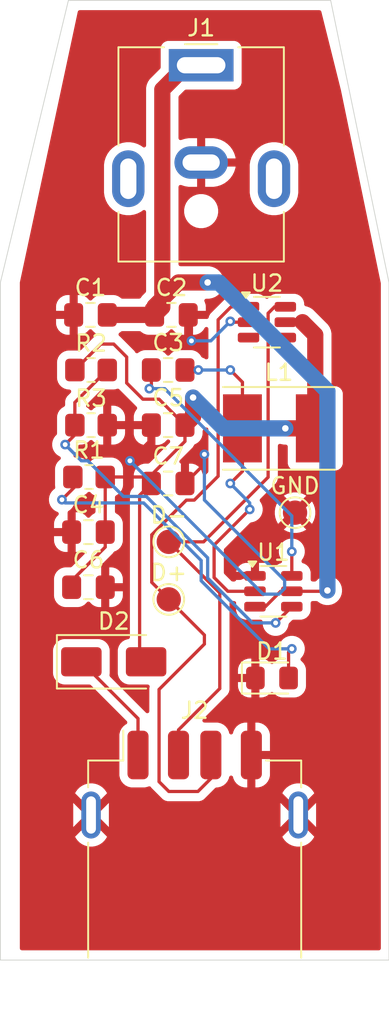
<source format=kicad_pcb>
(kicad_pcb (version 20241229) (generator "pcbnew") (generator_version "9.0")
  (layers (0 "F.Cu" signal) (2 "B.Cu" signal) (13 "F.Paste" user) (15 "B.Paste" user) (5 "F.SilkS" user "F.Silkscreen") (7 "B.SilkS" user "B.Silkscreen") (1 "F.Mask" user) (3 "B.Mask" user) (25 "Edge.Cuts" user))
  (net 0 "")
  (net 1 "GND")
  (net 2 "12V")
  (net 3 "5.2V")
  (net 4 "Net-(D1-A)")
  (net 5 "Net-(J2-D-)")
  (net 6 "Net-(J2-D+)")
  (net 7 "Net-(U1-SW)")
  (net 8 "Net-(U1-BST)")
  (net 9 "Net-(D2-K)")
  (net 10 "Net-(U1-FB)")
  (footprint "Capacitor_SMD:C_0805_2012Metric_Pad1.18x1.45mm_HandSolder" (layer "F.Cu") (at 140.5625 71.6)
    (property "Reference" "C1" (at 0 -1.68 0) (layer "F.SilkS"))
    (property "Value" "10 µF")
    (fp_line (start -0.261252 -0.735) (end 0.261252 -0.735) (stroke (width 0.12)) (layer "F.SilkS"))
    (fp_line (start -0.261252 0.735) (end 0.261252 0.735) (stroke (width 0.12)) (layer "F.SilkS"))
    (pad "1" smd roundrect (at -1.0375 0) (size 1.175 1.45) (layers "F.Cu" "F.Mask" "F.Paste") (roundrect_rratio 0.212766) (net 1 "GND"))
    (pad "2" smd roundrect (at 1.0375 0) (size 1.175 1.45) (layers "F.Cu" "F.Mask" "F.Paste") (roundrect_rratio 0.212766) (net 2 "12V"))
  )
  (footprint "Resistor_SMD:R_0805_2012Metric_Pad1.20x1.40mm_HandSolder" (layer "F.Cu") (at 140.6 78.4)
    (property "Reference" "R3" (at 0 -1.65 0) (layer "F.SilkS"))
    (property "Value" "18.7K")
    (fp_line (start -0.227064 -0.735) (end 0.227064 -0.735) (stroke (width 0.12)) (layer "F.SilkS"))
    (fp_line (start -0.227064 0.735) (end 0.227064 0.735) (stroke (width 0.12)) (layer "F.SilkS"))
    (pad "1" smd roundrect (at -1 0) (size 1.2 1.4) (layers "F.Cu" "F.Mask" "F.Paste") (roundrect_rratio 0.208333) (net 10 "Net-(U1-FB)"))
    (pad "2" smd roundrect (at 1 0) (size 1.2 1.4) (layers "F.Cu" "F.Mask" "F.Paste") (roundrect_rratio 0.208333) (net 1 "GND"))
  )
  (footprint "Resistor_SMD:R_0805_2012Metric_Pad1.20x1.40mm_HandSolder" (layer "F.Cu") (at 140.6 75)
    (property "Reference" "R2" (at 0 -1.65 0) (layer "F.SilkS"))
    (property "Value" "110K")
    (fp_line (start -0.227064 -0.735) (end 0.227064 -0.735) (stroke (width 0.12)) (layer "F.SilkS"))
    (fp_line (start -0.227064 0.735) (end 0.227064 0.735) (stroke (width 0.12)) (layer "F.SilkS"))
    (pad "1" smd roundrect (at -1 0) (size 1.2 1.4) (layers "F.Cu" "F.Mask" "F.Paste") (roundrect_rratio 0.208333) (net 3 "5.2V"))
    (pad "2" smd roundrect (at 1 0) (size 1.2 1.4) (layers "F.Cu" "F.Mask" "F.Paste") (roundrect_rratio 0.208333) (net 10 "Net-(U1-FB)"))
  )
  (footprint "TestPoint:TestPoint_Pad_D1.5mm" (layer "F.Cu") (at 145.4 85.6)
    (property "Reference" "D-" (at 0 -1.648 0) (layer "F.SilkS"))
    (property "Value" "TestPoint")
    (fp_circle (center 0 0) (end 0 0.95) (stroke (width 0.12)) (fill no) (layer "F.SilkS"))
    (pad "1" smd circle (at 0 0) (size 1.5 1.5) (layers "F.Cu" "F.Mask") (net 5 "Net-(J2-D-)"))
  )
  (footprint "Capacitor_SMD:C_0805_2012Metric_Pad1.18x1.45mm_HandSolder" (layer "F.Cu") (at 140.4375 85)
    (property "Reference" "C4" (at 0 -1.68 0) (layer "F.SilkS"))
    (property "Value" "10 µF")
    (fp_line (start -0.261252 -0.735) (end 0.261252 -0.735) (stroke (width 0.12)) (layer "F.SilkS"))
    (fp_line (start -0.261252 0.735) (end 0.261252 0.735) (stroke (width 0.12)) (layer "F.SilkS"))
    (pad "1" smd roundrect (at -1.0375 0) (size 1.175 1.45) (layers "F.Cu" "F.Mask" "F.Paste") (roundrect_rratio 0.212766) (net 1 "GND"))
    (pad "2" smd roundrect (at 1.0375 0) (size 1.175 1.45) (layers "F.Cu" "F.Mask" "F.Paste") (roundrect_rratio 0.212766) (net 3 "5.2V"))
  )
  (footprint "Capacitor_SMD:C_0805_2012Metric_Pad1.18x1.45mm_HandSolder" (layer "F.Cu") (at 145.3625 78.4)
    (property "Reference" "C5" (at 0 -1.68 0) (layer "F.SilkS"))
    (property "Value" "100 µF")
    (fp_line (start -0.261252 -0.735) (end 0.261252 -0.735) (stroke (width 0.12)) (layer "F.SilkS"))
    (fp_line (start -0.261252 0.735) (end 0.261252 0.735) (stroke (width 0.12)) (layer "F.SilkS"))
    (pad "1" smd roundrect (at -1.0375 0) (size 1.175 1.45) (layers "F.Cu" "F.Mask" "F.Paste") (roundrect_rratio 0.212766) (net 1 "GND"))
    (pad "2" smd roundrect (at 1.0375 0) (size 1.175 1.45) (layers "F.Cu" "F.Mask" "F.Paste") (roundrect_rratio 0.212766) (net 3 "5.2V"))
  )
  (footprint "Capacitor_SMD:C_0805_2012Metric_Pad1.18x1.45mm_HandSolder" (layer "F.Cu") (at 145.5625 71.6)
    (property "Reference" "C2" (at 0 -1.68 0) (layer "F.SilkS"))
    (property "Value" "10 µF")
    (fp_line (start -0.261252 -0.735) (end 0.261252 -0.735) (stroke (width 0.12)) (layer "F.SilkS"))
    (fp_line (start -0.261252 0.735) (end 0.261252 0.735) (stroke (width 0.12)) (layer "F.SilkS"))
    (pad "1" smd roundrect (at -1.0375 0) (size 1.175 1.45) (layers "F.Cu" "F.Mask" "F.Paste") (roundrect_rratio 0.212766) (net 2 "12V"))
    (pad "2" smd roundrect (at 1.0375 0) (size 1.175 1.45) (layers "F.Cu" "F.Mask" "F.Paste") (roundrect_rratio 0.212766) (net 1 "GND"))
  )
  (footprint "Diode_SMD:D_SMA" (layer "F.Cu") (at 142 93)
    (property "Reference" "D2" (at 0 -2.5 0) (layer "F.SilkS"))
    (property "Value" "SS34")
    (fp_line (start -3.51 -1.65) (end -3.51 1.65) (stroke (width 0.12)) (layer "F.SilkS"))
    (fp_line (start -3.51 -1.65) (end 2 -1.65) (stroke (width 0.12)) (layer "F.SilkS"))
    (fp_line (start -3.51 1.65) (end 2 1.65) (stroke (width 0.12)) (layer "F.SilkS"))
    (pad "1" smd roundrect (at -2 0) (size 2.5 1.8) (layers "F.Cu" "F.Mask" "F.Paste") (roundrect_rratio 0.1388888889) (net 9 "Net-(D2-K)"))
    (pad "2" smd roundrect (at 2 0) (size 2.5 1.8) (layers "F.Cu" "F.Mask" "F.Paste") (roundrect_rratio 0.1388888889) (net 3 "5.2V"))
  )
  (footprint "Inductor_SMD:L_Taiyo-Yuden_NR-50xx_HandSoldering" (layer "F.Cu") (at 152.2 78.6)
    (property "Reference" "L1" (at 0 -3.45 0) (layer "F.SilkS"))
    (property "Value" "3.3  µH")
    (fp_line (start -3.45 -2.55) (end 3.45 -2.55) (stroke (width 0.12)) (layer "F.SilkS"))
    (fp_line (start -3.45 2.55) (end 3.45 2.55) (stroke (width 0.12)) (layer "F.SilkS"))
    (pad "1" smd rect (at -2.25 0) (size 2.4 4.2) (layers "F.Cu" "F.Mask" "F.Paste") (net 7 "Net-(U1-SW)"))
    (pad "2" smd rect (at 2.25 0) (size 2.4 4.2) (layers "F.Cu" "F.Mask" "F.Paste") (net 3 "5.2V"))
  )
  (footprint "Package_TO_SOT_SMD:SOT-23-6" (layer "F.Cu") (at 151.4625 72.05)
    (property "Reference" "U2" (at 0 -2.4 0) (layer "F.SilkS"))
    (property "Value" "TPS2514A")
    (fp_line (start 0 -1.56) (end -0.8 -1.56) (stroke (width 0.12)) (layer "F.SilkS"))
    (fp_line (start 0 -1.56) (end 0.8 -1.56) (stroke (width 0.12)) (layer "F.SilkS"))
    (fp_line (start 0 1.56) (end -0.8 1.56) (stroke (width 0.12)) (layer "F.SilkS"))
    (fp_line (start 0 1.56) (end 0.8 1.56) (stroke (width 0.12)) (layer "F.SilkS"))
    (fp_poly (pts (xy -1.3 -1.51) (xy -1.54 -1.84) (xy -1.06 -1.84)) (stroke (width 0.12)) (fill yes) (layer "F.SilkS"))
    (pad "1" smd roundrect (at -1.1375 -0.95) (size 1.325 0.6) (layers "F.Cu" "F.Mask" "F.Paste") (net 6 "Net-(J2-D+)"))
    (pad "2" smd roundrect (at -1.1375 0) (size 1.325 0.6) (layers "F.Cu" "F.Mask" "F.Paste") (net 1 "GND"))
    (pad "3" smd roundrect (at -1.1375 0.95) (size 1.325 0.6) (layers "F.Cu" "F.Mask" "F.Paste"))
    (pad "4" smd roundrect (at 1.1375 0.95) (size 1.325 0.6) (layers "F.Cu" "F.Mask" "F.Paste"))
    (pad "5" smd roundrect (at 1.1375 0) (size 1.325 0.6) (layers "F.Cu" "F.Mask" "F.Paste") (net 3 "5.2V"))
    (pad "6" smd roundrect (at 1.1375 -0.95) (size 1.325 0.6) (layers "F.Cu" "F.Mask" "F.Paste") (net 5 "Net-(J2-D-)"))
  )
  (footprint "TestPoint:TestPoint_Pad_D1.5mm" (layer "F.Cu") (at 145.4 89.15)
    (property "Reference" "D+" (at 0 -1.648 0) (layer "F.SilkS"))
    (property "Value" "TestPoint")
    (fp_circle (center 0 0) (end 0 0.95) (stroke (width 0.12)) (fill no) (layer "F.SilkS"))
    (pad "1" smd circle (at 0 0) (size 1.5 1.5) (layers "F.Cu" "F.Mask") (net 6 "Net-(J2-D+)"))
  )
  (footprint "Capacitor_SMD:C_0805_2012Metric_Pad1.18x1.45mm_HandSolder" (layer "F.Cu") (at 145.3625 75)
    (property "Reference" "C3" (at 0 -1.68 0) (layer "F.SilkS"))
    (property "Value" "0.1 µF")
    (fp_line (start -0.261252 -0.735) (end 0.261252 -0.735) (stroke (width 0.12)) (layer "F.SilkS"))
    (fp_line (start -0.261252 0.735) (end 0.261252 0.735) (stroke (width 0.12)) (layer "F.SilkS"))
    (pad "1" smd roundrect (at -1.0375 0) (size 1.175 1.45) (layers "F.Cu" "F.Mask" "F.Paste") (roundrect_rratio 0.212766) (net 8 "Net-(U1-BST)"))
    (pad "2" smd roundrect (at 1.0375 0) (size 1.175 1.45) (layers "F.Cu" "F.Mask" "F.Paste") (roundrect_rratio 0.212766) (net 7 "Net-(U1-SW)"))
  )
  (footprint "TestPoint:TestPoint_Pad_D1.5mm" (layer "F.Cu") (at 153.2 83.8)
    (property "Reference" "GND" (at 0 -1.648 0) (layer "F.SilkS"))
    (property "Value" "TestPoint")
    (fp_circle (center 0 0) (end 0 0.95) (stroke (width 0.12)) (fill no) (layer "F.SilkS"))
    (pad "1" smd circle (at 0 0) (size 1.5 1.5) (layers "F.Cu" "F.Mask") (net 1 "GND"))
  )
  (footprint "Connector_BarrelJack:BarrelJack_CUI_PJ-063AH_Horizontal" (layer "F.Cu") (at 147.4 56.2)
    (property "Reference" "J1" (at 0 -2.3 0) (layer "F.SilkS"))
    (property "Value" "Barrel_Jack")
    (fp_line (start -5.11 -1.11) (end -2.3 -1.11) (stroke (width 0.12)) (layer "F.SilkS"))
    (fp_line (start -5.11 4.95) (end -5.11 -1.11) (stroke (width 0.12)) (layer "F.SilkS"))
    (fp_line (start -5.11 12.11) (end -5.11 9.05) (stroke (width 0.12)) (layer "F.SilkS"))
    (fp_line (start -1 -1.3) (end 1 -1.3) (stroke (width 0.12)) (layer "F.SilkS"))
    (fp_line (start 2.3 -1.11) (end 5.11 -1.11) (stroke (width 0.12)) (layer "F.SilkS"))
    (fp_line (start 5.11 -1.11) (end 5.11 4.95) (stroke (width 0.12)) (layer "F.SilkS"))
    (fp_line (start 5.11 9.05) (end 5.11 12.11) (stroke (width 0.12)) (layer "F.SilkS"))
    (fp_line (start 5.11 12.11) (end -5.11 12.11) (stroke (width 0.12)) (layer "F.SilkS"))
    (pad "" np_thru_hole circle (at 0 9) (size 1.6 1.6) (drill 1.6) (layers "*.Cu" "*.Mask"))
    (pad "1" thru_hole rect (at 0 0) (size 4 2) (drill oval 3 1) (layers "*.Cu" "*.Mask") (net 2 "12V"))
    (pad "2" thru_hole oval (at 0 6) (size 3.3 2) (drill oval 2.3 1) (layers "*.Cu" "*.Mask") (net 1 "GND"))
    (pad "MP" thru_hole oval (at -4.5 7) (size 2 3.5) (drill oval 1 2.5) (layers "*.Cu" "*.Mask"))
    (pad "MP" thru_hole oval (at 4.5 7) (size 2 3.5) (drill oval 1 2.5) (layers "*.Cu" "*.Mask"))
  )
  (footprint "Capacitor_SMD:C_0805_2012Metric_Pad1.18x1.45mm_HandSolder" (layer "F.Cu") (at 140.4375 88.4)
    (property "Reference" "C6" (at 0 -1.68 0) (layer "F.SilkS"))
    (property "Value" "100 µF")
    (fp_line (start -0.261252 -0.735) (end 0.261252 -0.735) (stroke (width 0.12)) (layer "F.SilkS"))
    (fp_line (start -0.261252 0.735) (end 0.261252 0.735) (stroke (width 0.12)) (layer "F.SilkS"))
    (pad "1" smd roundrect (at -1.0375 0) (size 1.175 1.45) (layers "F.Cu" "F.Mask" "F.Paste") (roundrect_rratio 0.212766) (net 3 "5.2V"))
    (pad "2" smd roundrect (at 1.0375 0) (size 1.175 1.45) (layers "F.Cu" "F.Mask" "F.Paste") (roundrect_rratio 0.212766) (net 1 "GND"))
  )
  (footprint "Connector_USB:USB_A_Receptacle_GCT_USB1046" (layer "F.Cu") (at 147 106)
    (property "Reference" "J2" (at 0 -10 0) (layer "F.SilkS"))
    (property "Value" "USB_A")
    (fp_line (start -6.58 -6.91) (end -6.58 -5.26) (stroke (width 0.12)) (layer "F.SilkS"))
    (fp_line (start -6.58 -1.84) (end -6.58 5.25) (stroke (width 0.12)) (layer "F.SilkS"))
    (fp_line (start -4.41 -6.91) (end -6.58 -6.91) (stroke (width 0.12)) (layer "F.SilkS"))
    (fp_line (start -4.41 -6.91) (end -4.41 -8.75) (stroke (width 0.12)) (layer "F.SilkS"))
    (fp_line (start 4.41 -6.91) (end 6.58 -6.91) (stroke (width 0.12)) (layer "F.SilkS"))
    (fp_line (start 6.58 -6.91) (end 6.58 -5.26) (stroke (width 0.12)) (layer "F.SilkS"))
    (fp_line (start 6.58 -1.84) (end 6.58 5.25) (stroke (width 0.12)) (layer "F.SilkS"))
    (pad "1" smd roundrect (at -3.5 -7.25) (size 1.3 3) (layers "F.Cu" "F.Mask" "F.Paste") (net 9 "Net-(D2-K)"))
    (pad "2" smd roundrect (at -1 -7.25) (size 1.3 3) (layers "F.Cu" "F.Mask" "F.Paste") (net 5 "Net-(J2-D-)"))
    (pad "3" smd roundrect (at 1 -7.25) (size 1.3 3) (layers "F.Cu" "F.Mask" "F.Paste") (net 6 "Net-(J2-D+)"))
    (pad "4" smd roundrect (at 3.5 -7.25) (size 1.3 3) (layers "F.Cu" "F.Mask" "F.Paste") (net 1 "GND"))
    (pad "5" thru_hole oval (at -6.4 -3.55) (size 1.2 2.9) (drill oval 0.6 2.3) (property pad_prop_heatsink) (layers "*.Cu" "*.Mask") (net 1 "GND"))
    (pad "5" thru_hole oval (at 6.4 -3.55) (size 1.2 2.9) (drill oval 0.6 2.3) (property pad_prop_heatsink) (layers "*.Cu" "*.Mask") (net 1 "GND"))
  )
  (footprint "LED_SMD:LED_0805_2012Metric_Pad1.15x1.40mm_HandSolder" (layer "F.Cu") (at 151.775 94)
    (property "Reference" "D1" (at 0 -1.65 0) (layer "F.SilkS"))
    (property "Value" "LED")
    (fp_line (start -1.86 -0.96) (end -1.86 0.96) (stroke (width 0.12)) (layer "F.SilkS"))
    (fp_line (start -1.86 0.96) (end 1 0.96) (stroke (width 0.12)) (layer "F.SilkS"))
    (fp_line (start 1 -0.96) (end -1.86 -0.96) (stroke (width 0.12)) (layer "F.SilkS"))
    (pad "1" smd roundrect (at -1.025 0) (size 1.15 1.4) (layers "F.Cu" "F.Mask" "F.Paste") (roundrect_rratio 0.217391) (net 1 "GND"))
    (pad "2" smd roundrect (at 1.025 0) (size 1.15 1.4) (layers "F.Cu" "F.Mask" "F.Paste") (roundrect_rratio 0.217391) (net 4 "Net-(D1-A)"))
  )
  (footprint "Capacitor_SMD:C_0805_2012Metric_Pad1.18x1.45mm_HandSolder" (layer "F.Cu") (at 145.3625 82)
    (property "Reference" "C7" (at 0 -1.68 0) (layer "F.SilkS"))
    (property "Value" "0.1 µF")
    (fp_line (start -0.261252 -0.735) (end 0.261252 -0.735) (stroke (width 0.12)) (layer "F.SilkS"))
    (fp_line (start -0.261252 0.735) (end 0.261252 0.735) (stroke (width 0.12)) (layer "F.SilkS"))
    (pad "1" smd roundrect (at -1.0375 0) (size 1.175 1.45) (layers "F.Cu" "F.Mask" "F.Paste") (roundrect_rratio 0.212766) (net 3 "5.2V"))
    (pad "2" smd roundrect (at 1.0375 0) (size 1.175 1.45) (layers "F.Cu" "F.Mask" "F.Paste") (roundrect_rratio 0.212766) (net 1 "GND"))
  )
  (footprint "Package_TO_SOT_SMD:TSOT-23-6" (layer "F.Cu") (at 151.8625 88.65)
    (property "Reference" "U1" (at 0 -2.4 0) (layer "F.SilkS"))
    (property "Value" "AP62300WU")
    (fp_line (start 0 -1.56) (end -0.8 -1.56) (stroke (width 0.12)) (layer "F.SilkS"))
    (fp_line (start 0 -1.56) (end 0.8 -1.56) (stroke (width 0.12)) (layer "F.SilkS"))
    (fp_line (start 0 1.56) (end -0.8 1.56) (stroke (width 0.12)) (layer "F.SilkS"))
    (fp_line (start 0 1.56) (end 0.8 1.56) (stroke (width 0.12)) (layer "F.SilkS"))
    (fp_poly (pts (xy -1.3 -1.51) (xy -1.54 -1.84) (xy -1.06 -1.84)) (stroke (width 0.12)) (fill yes) (layer "F.SilkS"))
    (pad "1" smd roundrect (at -1.1375 -0.95) (size 1.325 0.6) (layers "F.Cu" "F.Mask" "F.Paste") (net 1 "GND"))
    (pad "2" smd roundrect (at -1.1375 0) (size 1.325 0.6) (layers "F.Cu" "F.Mask" "F.Paste") (net 7 "Net-(U1-SW)"))
    (pad "3" smd roundrect (at -1.1375 0.95) (size 1.325 0.6) (layers "F.Cu" "F.Mask" "F.Paste") (net 2 "12V"))
    (pad "4" smd roundrect (at 1.1375 0.95) (size 1.325 0.6) (layers "F.Cu" "F.Mask" "F.Paste") (net 10 "Net-(U1-FB)"))
    (pad "5" smd roundrect (at 1.1375 0) (size 1.325 0.6) (layers "F.Cu" "F.Mask" "F.Paste") (net 2 "12V"))
    (pad "6" smd roundrect (at 1.1375 -0.95) (size 1.325 0.6) (layers "F.Cu" "F.Mask" "F.Paste") (net 8 "Net-(U1-BST)"))
  )
  (footprint "Resistor_SMD:R_0805_2012Metric_Pad1.20x1.40mm_HandSolder" (layer "F.Cu") (at 140.475 81.6)
    (property "Reference" "R1" (at 0 -1.65 0) (layer "F.SilkS"))
    (property "Value" "330")
    (fp_line (start -0.227064 -0.735) (end 0.227064 -0.735) (stroke (width 0.12)) (layer "F.SilkS"))
    (fp_line (start -0.227064 0.735) (end 0.227064 0.735) (stroke (width 0.12)) (layer "F.SilkS"))
    (pad "1" smd roundrect (at -1 0) (size 1.2 1.4) (layers "F.Cu" "F.Mask" "F.Paste") (roundrect_rratio 0.208333) (net 4 "Net-(D1-A)"))
    (pad "2" smd roundrect (at 1 0) (size 1.2 1.4) (layers "F.Cu" "F.Mask" "F.Paste") (roundrect_rratio 0.208333) (net 3 "5.2V"))
  )
  (gr_line (start 159 111.4) (end 135 111.4) (stroke (width 0.05)) (layer "Edge.Cuts"))
  (gr_line (start 135 69.6) (end 139.2 52.2) (stroke (width 0.05)) (layer "Edge.Cuts"))
  (gr_line (start 159 69.6) (end 159 111.4) (stroke (width 0.05)) (layer "Edge.Cuts"))
  (gr_line (start 135 111.4) (end 135 69.6) (stroke (width 0.05)) (layer "Edge.Cuts"))
  (gr_line (start 155.4 52.2) (end 159 69.6) (stroke (width 0.05)) (layer "Edge.Cuts"))
  (gr_line (start 139.2 52.2) (end 155.4 52.2) (stroke (width 0.05)) (layer "Edge.Cuts"))
  (segment (start 144.325 79.275) (end 144.325 78.4) (width 0.2) (layer "F.Cu") (net 1))
  (segment (start 146.8 71.8) (end 146.6 71.6) (width 0.2) (layer "F.Cu") (net 1))
  (segment (start 147.6 80.8) (end 147.6 80.2) (width 0.2) (layer "F.Cu") (net 1))
  (segment (start 146.8 73.2) (end 146.8 71.8) (width 0.2) (layer "F.Cu") (net 1))
  (segment (start 149.25 72.05) (end 149.2 72) (width 0.2) (layer "F.Cu") (net 1))
  (segment (start 143 80.6) (end 144.325 79.275) (width 0.2) (layer "F.Cu") (net 1))
  (segment (start 146.4 82) (end 147.6 80.8) (width 0.2) (layer "F.Cu") (net 1))
  (segment (start 150.325 72.05) (end 149.25 72.05) (width 0.2) (layer "F.Cu") (net 1))
  (via (at 149.2 72) (size 0.6) (drill 0.3) (layers "F.Cu" "B.Cu") (net 1))
  (via (at 147.6 80.2) (size 0.6) (drill 0.3) (layers "F.Cu" "B.Cu") (net 1))
  (via (at 146.8 73.2) (size 0.6) (drill 0.3) (layers "F.Cu" "B.Cu") (net 1))
  (via (at 143 80.6) (size 0.6) (drill 0.3) (layers "F.Cu" "B.Cu") (net 1))
  (segment (start 147.6 80.2) (end 147.6 83.018637) (width 0.2) (layer "B.Cu") (net 1))
  (segment (start 152.55711 87.975747) (end 152.55711 88.473633) (width 0.2) (layer "B.Cu") (net 1))
  (segment (start 148 73.2) (end 146.8 73.2) (width 0.2) (layer "B.Cu") (net 1))
  (segment (start 149.2 72) (end 148 73.2) (width 0.2) (layer "B.Cu") (net 1))
  (segment (start 152.55711 88.473633) (end 152.205053 88.82569) (width 0.2) (layer "B.Cu") (net 1))
  (segment (start 152.205053 88.82569) (end 151.22569 88.82569) (width 0.2) (layer "B.Cu") (net 1))
  (segment (start 151.22569 88.82569) (end 143 80.6) (width 0.2) (layer "B.Cu") (net 1))
  (segment (start 147.6 83.018637) (end 152.55711 87.975747) (width 0.2) (layer "B.Cu") (net 1))
  (segment (start 146.5 56.2) (end 145 57.7) (width 1) (layer "F.Cu") (net 2))
  (segment (start 153 88.65) (end 155.15 88.65) (width 0.2) (layer "F.Cu") (net 2))
  (segment (start 152.31231 88.65) (end 151.36231 89.6) (width 0.2) (layer "F.Cu") (net 2))
  (segment (start 144.525 71.075) (end 144.525 71.6) (width 1) (layer "F.Cu") (net 2))
  (segment (start 145 71.125) (end 144.525 71.6) (width 1) (layer "F.Cu") (net 2))
  (segment (start 146 69.6) (end 144.525 71.075) (width 1) (layer "F.Cu") (net 2))
  (segment (start 147.4 56.2) (end 146.5 56.2) (width 1) (layer "F.Cu") (net 2))
  (segment (start 151.36231 89.6) (end 150.725 89.6) (width 0.2) (layer "F.Cu") (net 2))
  (segment (start 147.8 69.6) (end 146 69.6) (width 1) (layer "F.Cu") (net 2))
  (segment (start 145 57.7) (end 145 71.125) (width 1) (layer "F.Cu") (net 2))
  (segment (start 153 88.65) (end 152.31231 88.65) (width 0.2) (layer "F.Cu") (net 2))
  (segment (start 155.15 88.65) (end 155.2 88.6) (width 0.2) (layer "F.Cu") (net 2))
  (segment (start 141.6 71.6) (end 144.525 71.6) (width 1) (layer "F.Cu") (net 2))
  (via (at 147.8 69.6) (size 0.8) (drill 0.4) (layers "F.Cu" "B.Cu") (net 2))
  (via (at 155.2 88.6) (size 0.8) (drill 0.4) (layers "F.Cu" "B.Cu") (net 2))
  (segment (start 148.498471 69.6) (end 155.2 76.301529) (width 1) (layer "B.Cu") (net 2))
  (segment (start 147.8 69.6) (end 148.498471 69.6) (width 1) (layer "B.Cu") (net 2))
  (segment (start 155.2 76.301529) (end 155.2 88.6) (width 1) (layer "B.Cu") (net 2))
  (segment (start 141.475 81.6) (end 141.475 85) (width 0.2) (layer "F.Cu") (net 3))
  (segment (start 143.6 82.725) (end 143.6 92.6) (width 0.2) (layer "F.Cu") (net 3))
  (segment (start 152.4 72) (end 153.062499 72) (width 0.2) (layer "F.Cu") (net 3))
  (segment (start 139.4 88.4) (end 139.4 88) (width 0.2) (layer "F.Cu") (net 3))
  (segment (start 146.4 79.4) (end 146.4 78.4) (width 0.2) (layer "F.Cu") (net 3))
  (segment (start 144.325 81.475) (end 146.4 79.4) (width 0.2) (layer "F.Cu") (net 3))
  (segment (start 144.325 82) (end 143.6 82.725) (width 0.2) (layer "F.Cu") (net 3))
  (segment (start 146.901748 76.698252) (end 146.901748 77.898252) (width 1) (layer "F.Cu") (net 3))
  (segment (start 144.325 82) (end 144.325 81.475) (width 0.2) (layer "F.Cu") (net 3))
  (segment (start 142.8 75.8) (end 142.8 74.2) (width 0.2) (layer "F.Cu") (net 3))
  (segment (start 143.8 76.8) (end 142.8 75.8) (width 0.2) (layer "F.Cu") (net 3))
  (segment (start 141.475 85.925) (end 141.475 85) (width 0.2) (layer "F.Cu") (net 3))
  (segment (start 142 73.4) (end 141.2 73.4) (width 0.2) (layer "F.Cu") (net 3))
  (segment (start 154.45 78.6) (end 152.6 78.6) (width 1) (layer "F.Cu") (net 3))
  (segment (start 143.925 81.6) (end 144.325 82) (width 0.2) (layer "F.Cu") (net 3))
  (segment (start 154.45 78.6) (end 154.45 72.838426) (width 1) (layer "F.Cu") (net 3))
  (segment (start 146.901748 77.898252) (end 146.4 78.4) (width 1) (layer "F.Cu") (net 3))
  (segment (start 141.475 81.6) (end 143.925 81.6) (width 0.2) (layer "F.Cu") (net 3))
  (segment (start 146.4 78.4) (end 144.8 76.8) (width 0.2) (layer "F.Cu") (net 3))
  (segment (start 144.8 76.8) (end 143.8 76.8) (width 0.2) (layer "F.Cu") (net 3))
  (segment (start 141.2 73.4) (end 139.6 75) (width 0.2) (layer "F.Cu") (net 3))
  (segment (start 154.45 78.6) (end 154.4645 78.5855) (width 1) (layer "F.Cu") (net 3))
  (segment (start 139.4 88) (end 141.475 85.925) (width 0.2) (layer "F.Cu") (net 3))
  (segment (start 154.45 72.838426) (end 153.661574 72.05) (width 1) (layer "F.Cu") (net 3))
  (segment (start 142.8 74.2) (end 142 73.4) (width 0.2) (layer "F.Cu") (net 3))
  (segment (start 143.6 92.6) (end 144 93) (width 0.2) (layer "F.Cu") (net 3))
  (via (at 146.901748 76.698252) (size 0.8) (drill 0.4) (layers "F.Cu" "B.Cu") (net 3))
  (via (at 152.6 78.6) (size 0.8) (drill 0.4) (layers "F.Cu" "B.Cu") (net 3))
  (segment (start 152.6 78.6) (end 148.803496 78.6) (width 1) (layer "B.Cu") (net 3))
  (segment (start 148.803496 78.6) (end 146.901748 76.698252) (width 1) (layer "B.Cu") (net 3))
  (segment (start 139.8 81.925) (end 139.475 81.6) (width 0.2) (layer "F.Cu") (net 4))
  (segment (start 153 92.2) (end 152.8 92.4) (width 0.2) (layer "F.Cu") (net 4))
  (segment (start 138.8 83) (end 139.8 82) (width 0.2) (layer "F.Cu") (net 4))
  (segment (start 139.8 82) (end 139.8 81.925) (width 0.2) (layer "F.Cu") (net 4))
  (segment (start 152.8 92.4) (end 152.8 94) (width 0.2) (layer "F.Cu") (net 4))
  (via (at 153 92.2) (size 0.6) (drill 0.3) (layers "F.Cu" "B.Cu") (net 4))
  (via (at 138.8 83) (size 0.6) (drill 0.3) (layers "F.Cu" "B.Cu") (net 4))
  (segment (start 143.849943 83.2) (end 147.401 86.751057) (width 0.2) (layer "B.Cu") (net 4))
  (segment (start 138.8 83) (end 139 83.2) (width 0.2) (layer "B.Cu") (net 4))
  (segment (start 151.6 92.2) (end 153 92.2) (width 0.2) (layer "B.Cu") (net 4))
  (segment (start 139 83.2) (end 143.849943 83.2) (width 0.2) (layer "B.Cu") (net 4))
  (segment (start 147.401 88.001) (end 151.6 92.2) (width 0.2) (layer "B.Cu") (net 4))
  (segment (start 147.401 86.751057) (end 147.401 88.001) (width 0.2) (layer "B.Cu") (net 4))
  (segment (start 146 98.7) (end 146 97.2) (width 0.2) (layer "F.Cu") (net 5))
  (segment (start 146 99.085298) (end 146 98.7) (width 0.2) (layer "F.Cu") (net 5))
  (segment (start 147.550057 85.6) (end 145.4 85.6) (width 0.2) (layer "F.Cu") (net 5))
  (segment (start 151.5365 71.501001) (end 151.5365 81.613557) (width 0.2) (layer "F.Cu") (net 5))
  (segment (start 148.551 94.649) (end 148.551 88.751) (width 0.2) (layer "F.Cu") (net 5))
  (segment (start 152.6 71.1) (end 151.937501 71.1) (width 0.2) (layer "F.Cu") (net 5))
  (segment (start 145.4 85.6) (end 148.551 88.751) (width 0.2) (layer "F.Cu") (net 5))
  (segment (start 152.954468 71.1) (end 152.6 71.1) (width 0.2) (layer "F.Cu") (net 5))
  (segment (start 151.937501 71.1) (end 151.5365 71.501001) (width 0.2) (layer "F.Cu") (net 5))
  (segment (start 151.5365 81.613557) (end 147.550057 85.6) (width 0.2) (layer "F.Cu") (net 5))
  (segment (start 146 97.2) (end 148.551 94.649) (width 0.2) (layer "F.Cu") (net 5))
  (segment (start 146.487661 83.026) (end 146.97266 83.026) (width 0.2) (layer "F.Cu") (net 6))
  (segment (start 148.449 81.54966) (end 148.449 71.901057) (width 0.2) (layer "F.Cu") (net 6))
  (segment (start 148 98.7) (end 148 100.199999) (width 0.2) (layer "F.Cu") (net 6))
  (segment (start 149.250057 71.1) (end 150.325 71.1) (width 0.2) (layer "F.Cu") (net 6))
  (segment (start 144.349 85.164661) (end 146.487661 83.026) (width 0.2) (layer "F.Cu") (net 6))
  (segment (start 148.449 71.901057) (end 149.250057 71.1) (width 0.2) (layer "F.Cu") (net 6))
  (segment (start 148 100.199999) (end 147.199999 101) (width 0.2) (layer "F.Cu") (net 6))
  (segment (start 145.404256 101) (end 144.8 100.395744) (width 0.2) (layer "F.Cu") (net 6))
  (segment (start 146.97266 83.026) (end 148.449 81.54966) (width 0.2) (layer "F.Cu") (net 6))
  (segment (start 145.4 89.15) (end 144.349 88.099) (width 0.2) (layer "F.Cu") (net 6))
  (segment (start 147.199999 101) (end 145.404256 101) (width 0.2) (layer "F.Cu") (net 6))
  (segment (start 147.6 91.90687) (end 147.6 91.35) (width 0.2) (layer "F.Cu") (net 6))
  (segment (start 144.8 100.395744) (end 144.8 94.70687) (width 0.2) (layer "F.Cu") (net 6))
  (segment (start 147.6 91.35) (end 145.4 89.15) (width 0.2) (layer "F.Cu") (net 6))
  (segment (start 144.8 94.70687) (end 147.6 91.90687) (width 0.2) (layer "F.Cu") (net 6))
  (segment (start 144.349 88.099) (end 144.349 85.164661) (width 0.2) (layer "F.Cu") (net 6))
  (segment (start 149.95 81.25) (end 149.95 78.6) (width 0.2) (layer "F.Cu") (net 7))
  (segment (start 149.95 78.95) (end 151 80) (width 0.2) (layer "F.Cu") (net 7))
  (segment (start 147.226 75) (end 146.4 75) (width 0.2) (layer "F.Cu") (net 7))
  (segment (start 149.05 88.65) (end 148.2 87.8) (width 0.2) (layer "F.Cu") (net 7))
  (segment (start 149.2 82) (end 149.95 81.25) (width 0.2) (layer "F.Cu") (net 7))
  (segment (start 149.95 78.6) (end 149.95 75.75) (width 0.2) (layer "F.Cu") (net 7))
  (segment (start 150.725 88.65) (end 149.05 88.65) (width 0.2) (layer "F.Cu") (net 7))
  (segment (start 150.843499 88.768499) (end 150.725 88.65) (width 0.2) (layer "F.Cu") (net 7))
  (segment (start 149.95 75.75) (end 149.2 75) (width 0.2) (layer "F.Cu") (net 7))
  (segment (start 148.2 87.8) (end 148.2 85.8) (width 0.2) (layer "F.Cu") (net 7))
  (segment (start 148.2 85.8) (end 150.4 83.6) (width 0.2) (layer "F.Cu") (net 7))
  (segment (start 149.95 78.6) (end 149.95 78.95) (width 0.2) (layer "F.Cu") (net 7))
  (via (at 147.226 75) (size 0.6) (drill 0.3) (layers "F.Cu" "B.Cu") (net 7))
  (via (at 149.2 82) (size 0.6) (drill 0.3) (layers "F.Cu" "B.Cu") (net 7))
  (via (at 150.4 83.6) (size 0.6) (drill 0.3) (layers "F.Cu" "B.Cu") (net 7))
  (via (at 149.2 75) (size 0.6) (drill 0.3) (layers "F.Cu" "B.Cu") (net 7))
  (segment (start 150.4 83.6) (end 150.4 83.2) (width 0.2) (layer "B.Cu") (net 7))
  (segment (start 149.2 75) (end 147.226 75) (width 0.2) (layer "B.Cu") (net 7))
  (segment (start 150.4 83.2) (end 149.2 82) (width 0.2) (layer "B.Cu") (net 7))
  (segment (start 153 87.7) (end 153 86.2) (width 0.2) (layer "F.Cu") (net 8))
  (segment (start 144.2 76.15) (end 144.325 76.025) (width 0.2) (layer "F.Cu") (net 8))
  (segment (start 144.325 76.025) (end 144.325 75) (width 0.2) (layer "F.Cu") (net 8))
  (via (at 144.2 76.15) (size 0.6) (drill 0.3) (layers "F.Cu" "B.Cu") (net 8))
  (via (at 153 86.2) (size 0.6) (drill 0.3) (layers "F.Cu" "B.Cu") (net 8))
  (segment (start 145.15 76.15) (end 153 84) (width 0.2) (layer "B.Cu") (net 8))
  (segment (start 144.2 76.15) (end 145.15 76.15) (width 0.2) (layer "B.Cu") (net 8))
  (segment (start 153 84) (end 153 86.2) (width 0.2) (layer "B.Cu") (net 8))
  (segment (start 143.5 96.5) (end 143.5 98.7) (width 0.2) (layer "F.Cu") (net 9))
  (segment (start 140 93) (end 143.5 96.5) (width 0.2) (layer "F.Cu") (net 9))
  (segment (start 153 89.6) (end 152 90.6) (width 0.2) (layer "F.Cu") (net 10))
  (segment (start 139 79.6) (end 139.6 79) (width 0.2) (layer "F.Cu") (net 10))
  (segment (start 139.6 79) (end 139.6 78.4) (width 0.2) (layer "F.Cu") (net 10))
  (segment (start 139.6 77) (end 141.6 75) (width 0.2) (layer "F.Cu") (net 10))
  (segment (start 139.6 78.4) (end 139.6 77) (width 0.2) (layer "F.Cu") (net 10))
  (via (at 152 90.6) (size 0.6) (drill 0.3) (layers "F.Cu" "B.Cu") (net 10))
  (via (at 139 79.6) (size 0.6) (drill 0.3) (layers "F.Cu" "B.Cu") (net 10))
  (segment (start 140.4 80.6) (end 142.599 82.799) (width 0.2) (layer "B.Cu") (net 10))
  (segment (start 140 80.6) (end 140.4 80.6) (width 0.2) (layer "B.Cu") (net 10))
  (segment (start 142.599 82.799) (end 144.016043 82.799) (width 0.2) (layer "B.Cu") (net 10))
  (segment (start 139 79.6) (end 140 80.6) (width 0.2) (layer "B.Cu") (net 10))
  (segment (start 144.016043 82.799) (end 147.802 86.584957) (width 0.2) (layer "B.Cu") (net 10))
  (segment (start 147.802 87.8349) (end 150.5671 90.6) (width 0.2) (layer "B.Cu") (net 10))
  (segment (start 150.5671 90.6) (end 152 90.6) (width 0.2) (layer "B.Cu") (net 10))
  (segment (start 147.802 86.584957) (end 147.802 87.8349) (width 0.2) (layer "B.Cu") (net 10))
  (zone (net 1) (net_name "GND") (layer "F.Cu") (connect_pads (clearance 0.5)) (min_thickness 0.25) (fill yes (thermal_gap 0.5) (thermal_bridge_width 0.5) (island_removal_mode 2) (island_area_min 50))
    (polygon (pts (xy 154.8 52.8) (xy 159 69.6) (xy 159 110.8) (xy 136.2 110.8) (xy 136.2 69.6) (xy 139.8 52.8)))
  )
)
</source>
